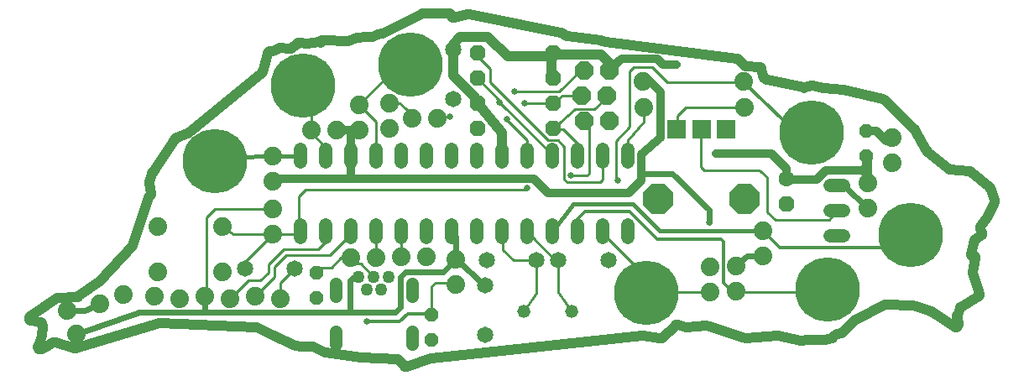
<source format=gtl>
G75*
%MOIN*%
%OFA0B0*%
%FSLAX25Y25*%
%IPPOS*%
%LPD*%
%AMOC8*
5,1,8,0,0,1.08239X$1,22.5*
%
%ADD10C,0.03937*%
%ADD11C,0.01600*%
%ADD12C,0.06500*%
%ADD13OC8,0.07400*%
%ADD14C,0.07400*%
%ADD15C,0.05200*%
%ADD16C,0.05200*%
%ADD17C,0.25591*%
%ADD18C,0.11811*%
%ADD19R,0.07400X0.07400*%
%ADD20OC8,0.11811*%
%ADD21OC8,0.06300*%
%ADD22C,0.06300*%
%ADD23OC8,0.05200*%
%ADD24C,0.05000*%
%ADD25C,0.05000*%
%ADD26C,0.02400*%
%ADD27C,0.04000*%
%ADD28C,0.03200*%
%ADD29C,0.02500*%
%ADD30C,0.01200*%
%ADD31OC8,0.02500*%
%ADD32C,0.01000*%
%ADD33C,0.02600*%
D10*
X0010938Y0035616D02*
X0012395Y0036356D01*
X0015428Y0038243D01*
X0016238Y0038353D02*
X0023951Y0036090D01*
X0024515Y0036091D02*
X0057713Y0045895D01*
X0058038Y0045935D02*
X0095830Y0044378D01*
X0096227Y0044278D02*
X0102228Y0041358D01*
X0111809Y0036942D01*
X0112081Y0036861D02*
X0113708Y0036619D01*
X0118351Y0036707D01*
X0118819Y0036601D02*
X0123321Y0034334D01*
X0123629Y0034238D02*
X0137805Y0032210D01*
X0137908Y0032200D02*
X0151907Y0031666D01*
X0152600Y0031348D02*
X0154926Y0028854D01*
X0154927Y0028854D02*
X0154970Y0028811D01*
X0155015Y0028770D01*
X0155063Y0028732D01*
X0155113Y0028697D01*
X0155166Y0028666D01*
X0155220Y0028637D01*
X0155275Y0028612D01*
X0155333Y0028590D01*
X0155391Y0028572D01*
X0155450Y0028558D01*
X0155510Y0028547D01*
X0155571Y0028540D01*
X0155632Y0028536D01*
X0155693Y0028537D01*
X0155754Y0028541D01*
X0155815Y0028548D01*
X0155875Y0028560D01*
X0155934Y0028575D01*
X0155992Y0028593D01*
X0155992Y0028594D02*
X0165462Y0031949D01*
X0165688Y0032001D02*
X0249477Y0041090D01*
X0249763Y0041080D02*
X0256474Y0039869D01*
X0257327Y0040115D02*
X0262684Y0045024D01*
X0263656Y0045242D02*
X0266788Y0044269D01*
X0267172Y0044227D02*
X0274544Y0044867D01*
X0274927Y0044825D02*
X0290420Y0040022D01*
X0290801Y0039981D02*
X0302917Y0041015D01*
X0303214Y0040996D02*
X0312530Y0038973D01*
X0312727Y0038873D02*
X0314828Y0039139D01*
X0314942Y0039147D02*
X0321732Y0039221D01*
X0321986Y0039256D02*
X0324632Y0039981D01*
X0325128Y0040295D02*
X0325370Y0040578D01*
X0325512Y0040714D02*
X0326727Y0041670D01*
X0326726Y0041670D02*
X0326739Y0041640D01*
X0326755Y0041611D01*
X0326775Y0041585D01*
X0326797Y0041561D01*
X0326822Y0041539D01*
X0326849Y0041521D01*
X0326878Y0041506D01*
X0326909Y0041494D01*
X0326940Y0041486D01*
X0326973Y0041481D01*
X0327006Y0041480D01*
X0327038Y0041483D01*
X0327071Y0041490D01*
X0328395Y0041840D01*
X0328838Y0042091D02*
X0334083Y0047210D01*
X0334318Y0047380D02*
X0345641Y0053316D01*
X0346136Y0053430D02*
X0356666Y0053100D01*
X0356959Y0053046D02*
X0364414Y0050483D01*
X0364644Y0050370D02*
X0373362Y0044565D01*
X0373363Y0044565D02*
X0373415Y0044532D01*
X0373469Y0044503D01*
X0373524Y0044477D01*
X0373581Y0044455D01*
X0373639Y0044436D01*
X0373699Y0044421D01*
X0373759Y0044410D01*
X0373820Y0044402D01*
X0373881Y0044398D01*
X0373942Y0044397D01*
X0374003Y0044401D01*
X0374064Y0044408D01*
X0374124Y0044419D01*
X0374184Y0044433D01*
X0374242Y0044451D01*
X0374299Y0044473D01*
X0374355Y0044498D01*
X0374409Y0044527D01*
X0374462Y0044558D01*
X0374512Y0044593D01*
X0374560Y0044631D01*
X0374606Y0044672D01*
X0374649Y0044715D01*
X0374689Y0044761D01*
X0374727Y0044810D01*
X0374761Y0044861D01*
X0374792Y0044913D01*
X0374820Y0044968D01*
X0374845Y0045024D01*
X0374866Y0045081D01*
X0374883Y0045140D01*
X0374993Y0045555D01*
X0375008Y0046005D02*
X0374506Y0048562D01*
X0374546Y0049091D02*
X0375540Y0051873D01*
X0375963Y0052391D02*
X0382873Y0056592D01*
X0382924Y0056624D01*
X0382972Y0056660D01*
X0383018Y0056699D01*
X0383062Y0056740D01*
X0383103Y0056784D01*
X0383142Y0056830D01*
X0383178Y0056879D01*
X0383210Y0056929D01*
X0383240Y0056982D01*
X0383266Y0057036D01*
X0383289Y0057091D01*
X0383309Y0057148D01*
X0383325Y0057206D01*
X0383338Y0057265D01*
X0383347Y0057325D01*
X0383352Y0057385D01*
X0383354Y0057445D01*
X0383352Y0057505D01*
X0383347Y0057565D01*
X0383338Y0057624D01*
X0383325Y0057683D01*
X0383309Y0057741D01*
X0383309Y0057742D02*
X0380792Y0065888D01*
X0380763Y0066359D02*
X0381702Y0071624D01*
X0381701Y0071623D02*
X0381711Y0071686D01*
X0381716Y0071748D01*
X0381717Y0071811D01*
X0381714Y0071873D01*
X0381708Y0071936D01*
X0381697Y0071998D01*
X0381683Y0072059D01*
X0381665Y0072119D01*
X0381643Y0072177D01*
X0381617Y0072235D01*
X0381588Y0072290D01*
X0381555Y0072344D01*
X0381520Y0072395D01*
X0381481Y0072445D01*
X0381439Y0072491D01*
X0381394Y0072535D01*
X0381346Y0072576D01*
X0381296Y0072614D01*
X0381244Y0072649D01*
X0381190Y0072680D01*
X0381134Y0072708D01*
X0381076Y0072732D01*
X0381017Y0072753D01*
X0380956Y0072770D01*
X0380895Y0072783D01*
X0380833Y0072792D01*
X0380770Y0072798D01*
X0380708Y0072799D01*
X0380645Y0072796D01*
X0380583Y0072790D01*
X0380521Y0072780D01*
X0380521Y0072779D02*
X0380486Y0072774D01*
X0380450Y0072772D01*
X0380414Y0072774D01*
X0380378Y0072780D01*
X0380343Y0072789D01*
X0380309Y0072801D01*
X0380277Y0072817D01*
X0380246Y0072836D01*
X0380217Y0072858D01*
X0380191Y0072883D01*
X0380168Y0072911D01*
X0380147Y0072940D01*
X0380129Y0072972D01*
X0380115Y0073005D01*
X0380104Y0073039D01*
X0380096Y0073074D01*
X0380093Y0073110D01*
X0380092Y0073146D01*
X0380096Y0073182D01*
X0380103Y0073218D01*
X0381512Y0078872D01*
X0381920Y0079457D02*
X0383965Y0080846D01*
X0384015Y0080882D01*
X0384063Y0080922D01*
X0384109Y0080964D01*
X0384151Y0081010D01*
X0384191Y0081058D01*
X0384228Y0081108D01*
X0384262Y0081160D01*
X0384292Y0081215D01*
X0384319Y0081271D01*
X0384342Y0081329D01*
X0384361Y0081388D01*
X0384377Y0081448D01*
X0384389Y0081509D01*
X0384398Y0081571D01*
X0384402Y0081633D01*
X0384403Y0081695D01*
X0384399Y0081757D01*
X0384392Y0081819D01*
X0384381Y0081880D01*
X0384366Y0081941D01*
X0384348Y0082000D01*
X0384326Y0082058D01*
X0384300Y0082115D01*
X0383690Y0083353D01*
X0383665Y0083409D01*
X0383642Y0083467D01*
X0383624Y0083525D01*
X0383609Y0083585D01*
X0383598Y0083646D01*
X0383591Y0083707D01*
X0383587Y0083769D01*
X0383588Y0083830D01*
X0383592Y0083892D01*
X0383600Y0083953D01*
X0383611Y0084013D01*
X0383626Y0084073D01*
X0383645Y0084132D01*
X0383668Y0084189D01*
X0383694Y0084245D01*
X0383723Y0084299D01*
X0383756Y0084351D01*
X0383792Y0084401D01*
X0383792Y0084402D02*
X0386748Y0088278D01*
X0389425Y0094058D01*
X0389449Y0094843D02*
X0387598Y0099573D01*
X0387297Y0099985D02*
X0379945Y0105943D01*
X0379419Y0106160D02*
X0371652Y0106974D01*
X0371131Y0107188D02*
X0362749Y0113905D01*
X0362506Y0114189D02*
X0357684Y0122633D01*
X0357516Y0122850D02*
X0345598Y0134565D01*
X0345139Y0134822D02*
X0329479Y0138722D01*
X0329289Y0138750D02*
X0321570Y0139150D01*
X0321247Y0139222D02*
X0319932Y0139754D01*
X0317071Y0140226D01*
X0316643Y0140203D02*
X0314057Y0139492D01*
X0313573Y0139481D02*
X0298931Y0142758D01*
X0298575Y0142914D02*
X0297882Y0143400D01*
X0297493Y0143948D02*
X0296622Y0147036D01*
X0296621Y0147036D02*
X0296603Y0147094D01*
X0296582Y0147151D01*
X0296557Y0147206D01*
X0296528Y0147259D01*
X0296497Y0147311D01*
X0296462Y0147361D01*
X0296425Y0147408D01*
X0296384Y0147454D01*
X0296341Y0147496D01*
X0296296Y0147536D01*
X0296248Y0147573D01*
X0296198Y0147607D01*
X0296146Y0147639D01*
X0296092Y0147666D01*
X0296037Y0147691D01*
X0295980Y0147712D01*
X0295922Y0147730D01*
X0295863Y0147744D01*
X0295803Y0147755D01*
X0295743Y0147761D01*
X0295683Y0147765D01*
X0291046Y0147874D01*
X0290492Y0148057D02*
X0289356Y0148861D01*
X0287648Y0150674D01*
X0287050Y0150980D02*
X0234996Y0157775D01*
X0233808Y0158022D01*
X0233356Y0158114D01*
X0233111Y0158155D01*
X0219808Y0159840D01*
X0219463Y0159950D02*
X0217229Y0161142D01*
X0216957Y0161240D02*
X0180604Y0168610D01*
X0180174Y0168602D02*
X0174831Y0167331D01*
X0174832Y0167331D02*
X0174772Y0167319D01*
X0174711Y0167310D01*
X0174651Y0167305D01*
X0174590Y0167304D01*
X0174529Y0167307D01*
X0174468Y0167313D01*
X0174408Y0167323D01*
X0174349Y0167336D01*
X0174290Y0167353D01*
X0174233Y0167374D01*
X0174177Y0167398D01*
X0174122Y0167426D01*
X0174070Y0167456D01*
X0174019Y0167490D01*
X0173970Y0167527D01*
X0173924Y0167567D01*
X0173881Y0167609D01*
X0173840Y0167655D01*
X0173801Y0167702D01*
X0173766Y0167752D01*
X0173734Y0167804D01*
X0173705Y0167857D01*
X0173680Y0167913D01*
X0173658Y0167970D01*
X0173639Y0168028D01*
X0173639Y0168027D02*
X0173614Y0168114D01*
X0173613Y0168114D02*
X0173594Y0168173D01*
X0173572Y0168230D01*
X0173546Y0168286D01*
X0173517Y0168340D01*
X0173484Y0168392D01*
X0173449Y0168442D01*
X0173410Y0168490D01*
X0173369Y0168536D01*
X0173324Y0168578D01*
X0173278Y0168618D01*
X0173228Y0168655D01*
X0173177Y0168689D01*
X0173124Y0168720D01*
X0173069Y0168747D01*
X0173012Y0168771D01*
X0172954Y0168791D01*
X0172895Y0168808D01*
X0172835Y0168821D01*
X0172774Y0168831D01*
X0172713Y0168836D01*
X0172652Y0168838D01*
X0162111Y0168833D01*
X0161659Y0168725D02*
X0146351Y0160964D01*
X0145955Y0160858D02*
X0144207Y0160760D01*
X0142460Y0159653D01*
X0141901Y0159498D02*
X0140845Y0159522D01*
X0139613Y0159608D01*
X0136227Y0159336D01*
X0135930Y0159265D02*
X0132861Y0158014D01*
X0132429Y0157941D02*
X0122974Y0158455D01*
X0122177Y0158127D02*
X0121550Y0157432D01*
X0121193Y0157505D01*
X0120890Y0157519D02*
X0116351Y0157047D01*
X0113221Y0157191D01*
X0112639Y0157036D02*
X0111724Y0156454D01*
X0110759Y0155660D01*
X0110737Y0155642D02*
X0109907Y0154999D01*
X0109907Y0154998D02*
X0109904Y0154997D01*
X0109900Y0154997D01*
X0109901Y0154998D02*
X0109233Y0154928D01*
X0105362Y0155130D01*
X0104906Y0155046D02*
X0102773Y0154104D01*
X0102577Y0154041D02*
X0101480Y0153807D01*
X0101421Y0153793D01*
X0101364Y0153775D01*
X0101308Y0153754D01*
X0101253Y0153730D01*
X0101200Y0153702D01*
X0101149Y0153671D01*
X0101100Y0153638D01*
X0101052Y0153601D01*
X0101007Y0153561D01*
X0100965Y0153519D01*
X0100924Y0153475D01*
X0100887Y0153428D01*
X0100853Y0153379D01*
X0100821Y0153328D01*
X0100793Y0153275D01*
X0100768Y0153221D01*
X0100746Y0153165D01*
X0100728Y0153108D01*
X0098596Y0145773D01*
X0098270Y0145280D02*
X0069063Y0121311D01*
X0068767Y0121143D02*
X0064550Y0119627D01*
X0064058Y0119243D02*
X0054898Y0105600D01*
X0054764Y0105306D02*
X0053811Y0101814D01*
X0053792Y0101370D02*
X0054468Y0097687D01*
X0054201Y0096808D02*
X0053556Y0096147D01*
X0053322Y0095761D02*
X0047177Y0077080D01*
X0046965Y0076717D02*
X0034186Y0062741D01*
X0034022Y0062597D02*
X0025306Y0056490D01*
X0024781Y0056311D02*
X0017594Y0055963D01*
X0017087Y0055796D02*
X0006467Y0048693D01*
X0006417Y0048657D01*
X0006369Y0048618D01*
X0006323Y0048576D01*
X0006280Y0048531D01*
X0006240Y0048484D01*
X0006203Y0048435D01*
X0006169Y0048383D01*
X0006139Y0048329D01*
X0006111Y0048273D01*
X0006088Y0048216D01*
X0006068Y0048157D01*
X0006051Y0048098D01*
X0006038Y0048037D01*
X0006029Y0047976D01*
X0006024Y0047914D01*
X0006023Y0047852D01*
X0006026Y0047790D01*
X0006032Y0047729D01*
X0006042Y0047667D01*
X0006056Y0047607D01*
X0006074Y0047548D01*
X0006095Y0047490D01*
X0006120Y0047433D01*
X0006148Y0047378D01*
X0006180Y0047325D01*
X0006215Y0047273D01*
X0006253Y0047224D01*
X0006294Y0047178D01*
X0006337Y0047134D01*
X0006384Y0047093D01*
X0006433Y0047055D01*
X0006484Y0047020D01*
X0006537Y0046988D01*
X0006592Y0046960D01*
X0006649Y0046935D01*
X0006707Y0046913D01*
X0006766Y0046896D01*
X0006826Y0046882D01*
X0006887Y0046871D01*
X0010068Y0046436D01*
X0010126Y0046426D01*
X0010185Y0046413D01*
X0010242Y0046396D01*
X0010298Y0046376D01*
X0010353Y0046352D01*
X0010406Y0046325D01*
X0010458Y0046296D01*
X0010508Y0046263D01*
X0010555Y0046227D01*
X0010601Y0046188D01*
X0010644Y0046147D01*
X0010685Y0046103D01*
X0010723Y0046057D01*
X0010758Y0046009D01*
X0010790Y0045959D01*
X0010819Y0045907D01*
X0010845Y0045853D01*
X0010868Y0045798D01*
X0011232Y0044830D01*
X0011292Y0044375D02*
X0010967Y0041214D01*
X0010921Y0041002D02*
X0009536Y0036822D01*
X0009518Y0036762D01*
X0009504Y0036702D01*
X0009494Y0036640D01*
X0009488Y0036579D01*
X0009485Y0036517D01*
X0009486Y0036454D01*
X0009492Y0036393D01*
X0009501Y0036331D01*
X0009513Y0036270D01*
X0009530Y0036210D01*
X0009550Y0036152D01*
X0009574Y0036094D01*
X0009601Y0036039D01*
X0009632Y0035985D01*
X0009666Y0035933D01*
X0009704Y0035883D01*
X0009744Y0035836D01*
X0009787Y0035791D01*
X0009833Y0035749D01*
X0009881Y0035710D01*
X0009932Y0035674D01*
X0009985Y0035641D01*
X0010039Y0035612D01*
X0010096Y0035586D01*
X0010154Y0035564D01*
X0010213Y0035545D01*
X0010273Y0035530D01*
X0010334Y0035518D01*
X0010396Y0035511D01*
X0010458Y0035507D01*
X0010520Y0035508D01*
X0010582Y0035512D01*
X0010644Y0035520D01*
X0010705Y0035531D01*
X0010765Y0035547D01*
X0010824Y0035566D01*
X0010882Y0035589D01*
X0010938Y0035615D01*
X0015428Y0038243D02*
X0015480Y0038273D01*
X0015533Y0038300D01*
X0015589Y0038324D01*
X0015645Y0038344D01*
X0015703Y0038361D01*
X0015762Y0038375D01*
X0015821Y0038385D01*
X0015881Y0038391D01*
X0015941Y0038394D01*
X0016001Y0038393D01*
X0016061Y0038388D01*
X0016120Y0038380D01*
X0016179Y0038369D01*
X0016238Y0038354D01*
X0010921Y0041002D02*
X0010937Y0041054D01*
X0010950Y0041107D01*
X0010960Y0041161D01*
X0010967Y0041215D01*
X0011292Y0044376D02*
X0011296Y0044434D01*
X0011297Y0044491D01*
X0011294Y0044549D01*
X0011289Y0044607D01*
X0011280Y0044664D01*
X0011267Y0044720D01*
X0011252Y0044776D01*
X0011233Y0044831D01*
X0023950Y0036090D02*
X0024006Y0036076D01*
X0024062Y0036065D01*
X0024119Y0036056D01*
X0024176Y0036052D01*
X0024233Y0036050D01*
X0024290Y0036052D01*
X0024347Y0036057D01*
X0024404Y0036065D01*
X0024460Y0036076D01*
X0024515Y0036091D01*
X0057713Y0045895D02*
X0057766Y0045909D01*
X0057819Y0045920D01*
X0057873Y0045928D01*
X0057928Y0045934D01*
X0057982Y0045936D01*
X0058037Y0045935D01*
X0025306Y0056490D02*
X0025253Y0056456D01*
X0025199Y0056425D01*
X0025143Y0056397D01*
X0025085Y0056373D01*
X0025026Y0056353D01*
X0024966Y0056337D01*
X0024904Y0056324D01*
X0024843Y0056315D01*
X0024780Y0056310D01*
X0017595Y0055964D02*
X0017535Y0055959D01*
X0017475Y0055951D01*
X0017416Y0055939D01*
X0017358Y0055924D01*
X0017301Y0055905D01*
X0017245Y0055882D01*
X0017191Y0055857D01*
X0017138Y0055828D01*
X0017087Y0055796D01*
X0034022Y0062597D02*
X0034066Y0062630D01*
X0034108Y0062665D01*
X0034148Y0062702D01*
X0034186Y0062741D01*
X0046965Y0076717D02*
X0047004Y0076763D01*
X0047041Y0076811D01*
X0047075Y0076861D01*
X0047105Y0076913D01*
X0047132Y0076967D01*
X0047156Y0077023D01*
X0047177Y0077080D01*
X0053322Y0095761D02*
X0053341Y0095815D01*
X0053364Y0095867D01*
X0053389Y0095918D01*
X0053417Y0095968D01*
X0053448Y0096015D01*
X0053481Y0096061D01*
X0053517Y0096105D01*
X0053556Y0096147D01*
X0054201Y0096808D02*
X0054241Y0096852D01*
X0054279Y0096898D01*
X0054314Y0096946D01*
X0054346Y0096997D01*
X0054375Y0097049D01*
X0054400Y0097103D01*
X0054423Y0097158D01*
X0054442Y0097215D01*
X0054457Y0097272D01*
X0054470Y0097331D01*
X0054478Y0097390D01*
X0054483Y0097449D01*
X0054485Y0097509D01*
X0054483Y0097568D01*
X0054478Y0097628D01*
X0054469Y0097687D01*
X0053791Y0101370D02*
X0053783Y0101426D01*
X0053777Y0101481D01*
X0053775Y0101537D01*
X0053776Y0101593D01*
X0053780Y0101649D01*
X0053787Y0101705D01*
X0053797Y0101760D01*
X0053810Y0101814D01*
X0054764Y0105305D02*
X0054780Y0105357D01*
X0054798Y0105408D01*
X0054820Y0105458D01*
X0054843Y0105506D01*
X0054870Y0105554D01*
X0054899Y0105599D01*
X0064058Y0119243D02*
X0064091Y0119290D01*
X0064127Y0119335D01*
X0064166Y0119378D01*
X0064207Y0119418D01*
X0064251Y0119456D01*
X0064296Y0119492D01*
X0064343Y0119525D01*
X0064393Y0119555D01*
X0064444Y0119582D01*
X0064496Y0119606D01*
X0064550Y0119627D01*
X0068767Y0121143D02*
X0068820Y0121164D01*
X0068872Y0121188D01*
X0068923Y0121214D01*
X0068971Y0121244D01*
X0069018Y0121276D01*
X0069063Y0121311D01*
X0098270Y0145280D02*
X0098316Y0145319D01*
X0098358Y0145362D01*
X0098399Y0145406D01*
X0098436Y0145453D01*
X0098471Y0145502D01*
X0098502Y0145553D01*
X0098531Y0145606D01*
X0098556Y0145661D01*
X0098578Y0145717D01*
X0098596Y0145774D01*
X0102577Y0154041D02*
X0102627Y0154053D01*
X0102677Y0154068D01*
X0102725Y0154085D01*
X0102773Y0154104D01*
X0104906Y0155046D02*
X0104960Y0155068D01*
X0105015Y0155087D01*
X0105072Y0155102D01*
X0105129Y0155115D01*
X0105187Y0155123D01*
X0105245Y0155129D01*
X0105304Y0155131D01*
X0105362Y0155130D01*
X0110737Y0155643D02*
X0110759Y0155661D01*
X0112638Y0157036D02*
X0112691Y0157067D01*
X0112746Y0157095D01*
X0112802Y0157120D01*
X0112859Y0157141D01*
X0112918Y0157158D01*
X0112977Y0157172D01*
X0113038Y0157183D01*
X0113099Y0157189D01*
X0113160Y0157192D01*
X0113221Y0157191D01*
X0120890Y0157520D02*
X0120950Y0157524D01*
X0121011Y0157525D01*
X0121072Y0157522D01*
X0121132Y0157515D01*
X0121192Y0157505D01*
X0122177Y0158127D02*
X0122219Y0158170D01*
X0122262Y0158210D01*
X0122308Y0158248D01*
X0122356Y0158283D01*
X0122406Y0158315D01*
X0122458Y0158344D01*
X0122511Y0158370D01*
X0122566Y0158392D01*
X0122622Y0158412D01*
X0122680Y0158428D01*
X0122738Y0158440D01*
X0122796Y0158449D01*
X0122856Y0158455D01*
X0122915Y0158457D01*
X0122974Y0158456D01*
X0132430Y0157941D02*
X0132485Y0157940D01*
X0132540Y0157942D01*
X0132595Y0157946D01*
X0132650Y0157954D01*
X0132704Y0157964D01*
X0132757Y0157978D01*
X0132810Y0157995D01*
X0132862Y0158014D01*
X0135929Y0159266D02*
X0135987Y0159287D01*
X0136046Y0159305D01*
X0136105Y0159319D01*
X0136166Y0159330D01*
X0136227Y0159337D01*
X0141902Y0159498D02*
X0141961Y0159499D01*
X0142019Y0159502D01*
X0142078Y0159510D01*
X0142136Y0159520D01*
X0142193Y0159534D01*
X0142249Y0159552D01*
X0142304Y0159573D01*
X0142358Y0159596D01*
X0142410Y0159623D01*
X0142460Y0159653D01*
X0145955Y0160858D02*
X0146013Y0160863D01*
X0146072Y0160871D01*
X0146130Y0160883D01*
X0146187Y0160898D01*
X0146243Y0160917D01*
X0146298Y0160939D01*
X0146351Y0160964D01*
X0161659Y0168725D02*
X0161712Y0168750D01*
X0161766Y0168772D01*
X0161822Y0168790D01*
X0161878Y0168806D01*
X0161936Y0168818D01*
X0161994Y0168826D01*
X0162052Y0168831D01*
X0162111Y0168833D01*
X0180174Y0168603D02*
X0180235Y0168615D01*
X0180296Y0168624D01*
X0180358Y0168629D01*
X0180420Y0168630D01*
X0180482Y0168627D01*
X0180544Y0168620D01*
X0180605Y0168610D01*
X0216957Y0161240D02*
X0217013Y0161227D01*
X0217069Y0161210D01*
X0217123Y0161191D01*
X0217177Y0161168D01*
X0217229Y0161142D01*
X0219462Y0159950D02*
X0219517Y0159923D01*
X0219573Y0159899D01*
X0219630Y0159879D01*
X0219688Y0159862D01*
X0219747Y0159849D01*
X0219807Y0159840D01*
X0287049Y0150980D02*
X0287111Y0150970D01*
X0287172Y0150956D01*
X0287232Y0150938D01*
X0287290Y0150917D01*
X0287347Y0150892D01*
X0287403Y0150864D01*
X0287456Y0150832D01*
X0287508Y0150797D01*
X0287557Y0150759D01*
X0287604Y0150718D01*
X0287648Y0150674D01*
X0290491Y0148058D02*
X0290541Y0148025D01*
X0290592Y0147995D01*
X0290645Y0147968D01*
X0290699Y0147945D01*
X0290755Y0147925D01*
X0290812Y0147908D01*
X0290869Y0147894D01*
X0290927Y0147884D01*
X0290986Y0147877D01*
X0291045Y0147874D01*
X0297493Y0143948D02*
X0297511Y0143888D01*
X0297534Y0143830D01*
X0297560Y0143774D01*
X0297589Y0143719D01*
X0297622Y0143666D01*
X0297658Y0143615D01*
X0297697Y0143566D01*
X0297739Y0143521D01*
X0297784Y0143477D01*
X0297832Y0143437D01*
X0297882Y0143400D01*
X0298576Y0142915D02*
X0298622Y0142884D01*
X0298670Y0142856D01*
X0298720Y0142831D01*
X0298771Y0142808D01*
X0298823Y0142789D01*
X0298877Y0142772D01*
X0298931Y0142758D01*
X0313574Y0139480D02*
X0313634Y0139469D01*
X0313694Y0139461D01*
X0313755Y0139457D01*
X0313816Y0139456D01*
X0313877Y0139460D01*
X0313938Y0139467D01*
X0313998Y0139477D01*
X0314057Y0139492D01*
X0316643Y0140203D02*
X0316703Y0140218D01*
X0316764Y0140229D01*
X0316825Y0140236D01*
X0316886Y0140239D01*
X0316948Y0140238D01*
X0317010Y0140234D01*
X0317071Y0140226D01*
X0321247Y0139222D02*
X0321299Y0139203D01*
X0321352Y0139186D01*
X0321406Y0139173D01*
X0321460Y0139162D01*
X0321515Y0139155D01*
X0321570Y0139150D01*
X0329290Y0138751D02*
X0329338Y0138747D01*
X0329385Y0138741D01*
X0329433Y0138733D01*
X0329480Y0138722D01*
X0345139Y0134822D02*
X0345196Y0134806D01*
X0345252Y0134787D01*
X0345306Y0134764D01*
X0345360Y0134739D01*
X0345411Y0134710D01*
X0345461Y0134678D01*
X0345509Y0134643D01*
X0345555Y0134605D01*
X0345598Y0134565D01*
X0357516Y0122850D02*
X0357554Y0122811D01*
X0357590Y0122769D01*
X0357624Y0122725D01*
X0357655Y0122680D01*
X0357683Y0122633D01*
X0362507Y0114189D02*
X0362539Y0114136D01*
X0362576Y0114084D01*
X0362615Y0114035D01*
X0362657Y0113989D01*
X0362702Y0113945D01*
X0362750Y0113905D01*
X0371131Y0107188D02*
X0371176Y0107153D01*
X0371224Y0107121D01*
X0371273Y0107092D01*
X0371324Y0107066D01*
X0371376Y0107043D01*
X0371429Y0107023D01*
X0371484Y0107006D01*
X0371539Y0106992D01*
X0371595Y0106981D01*
X0371652Y0106973D01*
X0379419Y0106161D02*
X0379476Y0106153D01*
X0379533Y0106142D01*
X0379589Y0106128D01*
X0379644Y0106110D01*
X0379698Y0106090D01*
X0379750Y0106066D01*
X0379801Y0106040D01*
X0379851Y0106010D01*
X0379899Y0105978D01*
X0379945Y0105943D01*
X0387297Y0099985D02*
X0387340Y0099948D01*
X0387381Y0099908D01*
X0387420Y0099865D01*
X0387457Y0099821D01*
X0387491Y0099775D01*
X0387522Y0099727D01*
X0387550Y0099677D01*
X0387576Y0099625D01*
X0387598Y0099572D01*
X0389449Y0094842D02*
X0389470Y0094784D01*
X0389487Y0094724D01*
X0389501Y0094664D01*
X0389510Y0094602D01*
X0389516Y0094541D01*
X0389518Y0094479D01*
X0389516Y0094417D01*
X0389510Y0094355D01*
X0389501Y0094294D01*
X0389488Y0094233D01*
X0389470Y0094173D01*
X0389450Y0094115D01*
X0389425Y0094058D01*
X0381920Y0079457D02*
X0381871Y0079422D01*
X0381824Y0079383D01*
X0381779Y0079342D01*
X0381737Y0079298D01*
X0381698Y0079251D01*
X0381662Y0079202D01*
X0381629Y0079151D01*
X0381599Y0079098D01*
X0381572Y0079044D01*
X0381548Y0078988D01*
X0381528Y0078930D01*
X0381512Y0078872D01*
X0380763Y0066359D02*
X0380754Y0066300D01*
X0380749Y0066240D01*
X0380747Y0066181D01*
X0380749Y0066121D01*
X0380754Y0066062D01*
X0380763Y0066003D01*
X0380776Y0065945D01*
X0380792Y0065888D01*
X0375963Y0052390D02*
X0375911Y0052357D01*
X0375861Y0052320D01*
X0375814Y0052280D01*
X0375769Y0052237D01*
X0375727Y0052192D01*
X0375688Y0052144D01*
X0375652Y0052093D01*
X0375619Y0052041D01*
X0375589Y0051986D01*
X0375563Y0051930D01*
X0375540Y0051873D01*
X0374545Y0049091D02*
X0374527Y0049034D01*
X0374512Y0048976D01*
X0374500Y0048918D01*
X0374492Y0048858D01*
X0374488Y0048799D01*
X0374487Y0048739D01*
X0374490Y0048680D01*
X0374496Y0048620D01*
X0374506Y0048561D01*
X0375008Y0046005D02*
X0375018Y0045949D01*
X0375024Y0045892D01*
X0375027Y0045836D01*
X0375026Y0045779D01*
X0375023Y0045722D01*
X0375016Y0045666D01*
X0375006Y0045610D01*
X0374993Y0045555D01*
X0364643Y0050370D02*
X0364600Y0050398D01*
X0364555Y0050423D01*
X0364509Y0050445D01*
X0364462Y0050466D01*
X0364414Y0050484D01*
X0356959Y0053047D02*
X0356902Y0053064D01*
X0356844Y0053079D01*
X0356785Y0053090D01*
X0356725Y0053097D01*
X0356665Y0053101D01*
X0346136Y0053430D02*
X0346079Y0053430D01*
X0346022Y0053427D01*
X0345965Y0053420D01*
X0345909Y0053411D01*
X0345853Y0053398D01*
X0345799Y0053382D01*
X0345745Y0053363D01*
X0345692Y0053341D01*
X0345641Y0053316D01*
X0334318Y0047381D02*
X0334267Y0047352D01*
X0334218Y0047321D01*
X0334171Y0047287D01*
X0334126Y0047250D01*
X0334084Y0047211D01*
X0328838Y0042091D02*
X0328796Y0042053D01*
X0328752Y0042016D01*
X0328706Y0041983D01*
X0328658Y0041952D01*
X0328608Y0041923D01*
X0328557Y0041898D01*
X0328504Y0041876D01*
X0328450Y0041856D01*
X0328395Y0041840D01*
X0325512Y0040714D02*
X0325474Y0040683D01*
X0325438Y0040650D01*
X0325403Y0040615D01*
X0325370Y0040578D01*
X0325128Y0040295D02*
X0325088Y0040251D01*
X0325045Y0040209D01*
X0325000Y0040170D01*
X0324953Y0040134D01*
X0324903Y0040100D01*
X0324852Y0040070D01*
X0324799Y0040043D01*
X0324745Y0040019D01*
X0324689Y0039998D01*
X0324632Y0039980D01*
X0321985Y0039256D02*
X0321935Y0039244D01*
X0321885Y0039235D01*
X0321834Y0039227D01*
X0321783Y0039223D01*
X0321732Y0039221D01*
X0314942Y0039147D02*
X0314885Y0039145D01*
X0314828Y0039139D01*
X0312727Y0038874D02*
X0312698Y0038897D01*
X0312668Y0038918D01*
X0312635Y0038936D01*
X0312602Y0038951D01*
X0312567Y0038964D01*
X0312531Y0038973D01*
X0303214Y0040996D02*
X0303155Y0041007D01*
X0303096Y0041015D01*
X0303036Y0041018D01*
X0302977Y0041019D01*
X0302917Y0041015D01*
X0290801Y0039981D02*
X0290746Y0039977D01*
X0290691Y0039977D01*
X0290636Y0039980D01*
X0290581Y0039986D01*
X0290527Y0039995D01*
X0290473Y0040007D01*
X0290420Y0040022D01*
X0274927Y0044825D02*
X0274874Y0044840D01*
X0274820Y0044852D01*
X0274765Y0044861D01*
X0274710Y0044867D01*
X0274655Y0044870D01*
X0274600Y0044870D01*
X0274545Y0044866D01*
X0267171Y0044228D02*
X0267116Y0044224D01*
X0267061Y0044224D01*
X0267005Y0044227D01*
X0266950Y0044233D01*
X0266896Y0044242D01*
X0266842Y0044254D01*
X0266788Y0044269D01*
X0263656Y0045242D02*
X0263597Y0045258D01*
X0263537Y0045271D01*
X0263476Y0045280D01*
X0263415Y0045285D01*
X0263354Y0045287D01*
X0263292Y0045285D01*
X0263231Y0045279D01*
X0263171Y0045269D01*
X0263111Y0045256D01*
X0263052Y0045239D01*
X0262994Y0045218D01*
X0262938Y0045194D01*
X0262883Y0045166D01*
X0262830Y0045135D01*
X0262779Y0045101D01*
X0262730Y0045064D01*
X0262683Y0045024D01*
X0257327Y0040116D02*
X0257280Y0040076D01*
X0257231Y0040039D01*
X0257180Y0040005D01*
X0257127Y0039974D01*
X0257072Y0039946D01*
X0257016Y0039922D01*
X0256958Y0039901D01*
X0256899Y0039884D01*
X0256839Y0039871D01*
X0256779Y0039861D01*
X0256718Y0039855D01*
X0256656Y0039853D01*
X0256595Y0039855D01*
X0256534Y0039860D01*
X0256473Y0039869D01*
X0249763Y0041080D02*
X0249706Y0041089D01*
X0249649Y0041094D01*
X0249592Y0041096D01*
X0249534Y0041095D01*
X0249477Y0041090D01*
X0165688Y0032001D02*
X0165631Y0031993D01*
X0165574Y0031982D01*
X0165517Y0031967D01*
X0165462Y0031950D01*
X0152600Y0031348D02*
X0152558Y0031391D01*
X0152513Y0031431D01*
X0152466Y0031468D01*
X0152417Y0031503D01*
X0152365Y0031534D01*
X0152312Y0031562D01*
X0152258Y0031587D01*
X0152202Y0031609D01*
X0152144Y0031627D01*
X0152086Y0031642D01*
X0152027Y0031653D01*
X0151967Y0031661D01*
X0151907Y0031665D01*
X0137908Y0032201D02*
X0137856Y0032204D01*
X0137804Y0032210D01*
X0123629Y0034237D02*
X0123576Y0034246D01*
X0123523Y0034258D01*
X0123471Y0034273D01*
X0123420Y0034291D01*
X0123370Y0034311D01*
X0123321Y0034334D01*
X0118820Y0036601D02*
X0118765Y0036627D01*
X0118708Y0036649D01*
X0118651Y0036668D01*
X0118592Y0036683D01*
X0118532Y0036695D01*
X0118472Y0036703D01*
X0118412Y0036707D01*
X0118351Y0036708D01*
X0112080Y0036861D02*
X0112024Y0036871D01*
X0111969Y0036884D01*
X0111914Y0036900D01*
X0111861Y0036919D01*
X0111808Y0036942D01*
X0096227Y0044278D02*
X0096173Y0044302D01*
X0096118Y0044323D01*
X0096062Y0044341D01*
X0096005Y0044355D01*
X0095947Y0044366D01*
X0095889Y0044374D01*
X0095830Y0044378D01*
D11*
X0213737Y0082430D02*
X0221972Y0093165D01*
X0245594Y0093165D01*
X0256224Y0082535D01*
X0291180Y0082535D01*
X0297322Y0082692D01*
X0322950Y0059247D02*
X0322973Y0058436D01*
X0113737Y0112430D02*
X0076761Y0112036D01*
X0079780Y0110331D01*
X0099926Y0151433D02*
X0099952Y0151562D01*
X0099981Y0151690D01*
X0100015Y0151817D01*
X0100052Y0151943D01*
X0100093Y0152068D01*
X0100138Y0152192D01*
X0100186Y0152315D01*
X0100238Y0152435D01*
X0100293Y0152555D01*
X0100352Y0152672D01*
X0100415Y0152788D01*
X0100481Y0152902D01*
X0100550Y0153014D01*
X0100623Y0153124D01*
X0100698Y0153231D01*
X0100777Y0153337D01*
X0100859Y0153439D01*
X0100944Y0153540D01*
X0101032Y0153638D01*
X0101123Y0153733D01*
X0101217Y0153825D01*
X0101313Y0153915D01*
X0101412Y0154002D01*
X0101514Y0154085D01*
X0101618Y0154166D01*
X0101724Y0154243D01*
X0101833Y0154318D01*
X0101943Y0154389D01*
X0102056Y0154457D01*
X0102171Y0154521D01*
X0102288Y0154582D01*
D12*
X0174335Y0154583D03*
X0174335Y0134897D03*
X0187801Y0070850D03*
X0207486Y0070850D03*
X0216190Y0071001D03*
X0235875Y0071001D03*
X0186933Y0060882D03*
X0186933Y0041197D03*
X0111343Y0067575D03*
X0091657Y0067575D03*
D13*
X0226231Y0126142D03*
X0236231Y0126142D03*
X0235231Y0136142D03*
X0225231Y0136142D03*
X0226231Y0146142D03*
X0236231Y0146142D03*
D14*
X0249846Y0141984D03*
X0250004Y0131748D03*
X0290004Y0131748D03*
X0289846Y0141984D03*
X0348744Y0119701D03*
X0348744Y0109701D03*
X0338946Y0101543D03*
X0338946Y0091543D03*
X0297322Y0082692D03*
X0297322Y0072692D03*
X0286850Y0068460D03*
X0276303Y0068362D03*
X0276303Y0058362D03*
X0286850Y0058460D03*
X0175394Y0061359D03*
X0175394Y0071359D03*
X0163549Y0072251D03*
X0153549Y0072251D03*
X0143632Y0071889D03*
X0133632Y0071889D03*
X0105831Y0055764D03*
X0095831Y0056764D03*
X0085831Y0055764D03*
X0075831Y0056764D03*
X0065831Y0055764D03*
X0055831Y0056764D03*
X0043497Y0057183D03*
X0034100Y0053763D03*
X0021151Y0051001D03*
X0024571Y0041604D03*
X0057046Y0066352D03*
X0082646Y0066352D03*
X0102681Y0081354D03*
X0082646Y0084152D03*
X0102681Y0091354D03*
X0102615Y0102378D03*
X0102615Y0112378D03*
X0117878Y0122693D03*
X0127878Y0122693D03*
X0136933Y0122693D03*
X0149138Y0123323D03*
X0157917Y0127417D03*
X0167917Y0127417D03*
X0149138Y0133323D03*
X0136933Y0132693D03*
X0057046Y0084152D03*
D15*
X0113737Y0085030D02*
X0113737Y0079830D01*
X0123737Y0079830D02*
X0123737Y0085030D01*
X0133737Y0085030D02*
X0133737Y0079830D01*
X0143737Y0079830D02*
X0143737Y0085030D01*
X0153737Y0085030D02*
X0153737Y0079830D01*
X0163737Y0079830D02*
X0163737Y0085030D01*
X0173737Y0085030D02*
X0173737Y0079830D01*
X0183737Y0079830D02*
X0183737Y0085030D01*
X0193737Y0085030D02*
X0193737Y0079830D01*
X0203737Y0079830D02*
X0203737Y0085030D01*
X0213737Y0085030D02*
X0213737Y0079830D01*
X0223737Y0079830D02*
X0223737Y0085030D01*
X0233737Y0085030D02*
X0233737Y0079830D01*
X0243737Y0079830D02*
X0243737Y0085030D01*
X0243737Y0109830D02*
X0243737Y0115030D01*
X0233737Y0115030D02*
X0233737Y0109830D01*
X0223737Y0109830D02*
X0223737Y0115030D01*
X0213737Y0115030D02*
X0213737Y0109830D01*
X0203737Y0109830D02*
X0203737Y0115030D01*
X0193737Y0115030D02*
X0193737Y0109830D01*
X0183737Y0109830D02*
X0183737Y0115030D01*
X0173737Y0115030D02*
X0173737Y0109830D01*
X0163737Y0109830D02*
X0163737Y0115030D01*
X0153737Y0115030D02*
X0153737Y0109830D01*
X0143737Y0109830D02*
X0143737Y0115030D01*
X0133737Y0115030D02*
X0133737Y0109830D01*
X0123737Y0109830D02*
X0123737Y0115030D01*
X0113737Y0115030D02*
X0113737Y0109830D01*
X0324173Y0100660D02*
X0329373Y0100660D01*
X0329373Y0090660D02*
X0324173Y0090660D01*
X0324173Y0080660D02*
X0329373Y0080660D01*
D16*
X0221385Y0050661D03*
X0202385Y0050661D03*
D17*
X0251085Y0057836D03*
X0322950Y0059247D03*
X0356129Y0080974D03*
X0316758Y0121746D03*
X0157263Y0148595D03*
X0114609Y0140432D03*
X0079780Y0110331D03*
D18*
X0079780Y0110331D03*
X0114609Y0140432D03*
X0157263Y0148595D03*
X0316758Y0121746D03*
X0356129Y0080974D03*
X0322950Y0059247D03*
X0251085Y0057836D03*
D19*
X0263034Y0122977D03*
X0272877Y0122977D03*
X0282719Y0122977D03*
D20*
X0290199Y0095418D03*
X0255554Y0095418D03*
D21*
X0306618Y0093283D03*
X0214042Y0123195D03*
X0214042Y0133195D03*
X0214042Y0143195D03*
X0214042Y0153195D03*
X0184042Y0153195D03*
X0184042Y0143195D03*
X0184042Y0133195D03*
X0184042Y0123195D03*
D22*
X0306618Y0103283D03*
D23*
X0338508Y0112181D03*
X0338508Y0122181D03*
X0165673Y0049346D03*
X0165673Y0039346D03*
X0120004Y0055882D03*
X0120004Y0065882D03*
D24*
X0127681Y0061744D02*
X0127681Y0056744D01*
X0127681Y0042744D02*
X0127681Y0037744D01*
X0157996Y0037744D02*
X0157996Y0042744D01*
X0157996Y0056744D02*
X0157996Y0061744D01*
D25*
X0148839Y0064244D03*
X0142839Y0064244D03*
X0145791Y0059244D03*
X0139886Y0059244D03*
X0136839Y0064244D03*
D26*
X0134868Y0064329D02*
X0133390Y0062850D01*
X0133390Y0051433D01*
X0133783Y0050252D01*
X0151500Y0050252D01*
X0153469Y0052220D01*
X0153469Y0064425D01*
X0155437Y0066394D01*
X0170429Y0066394D01*
X0175394Y0071359D01*
X0175394Y0080379D01*
X0173737Y0082430D01*
X0175394Y0071359D02*
X0176062Y0070966D01*
X0186146Y0061669D01*
X0186933Y0060882D01*
X0133390Y0051433D02*
X0133390Y0050252D01*
X0075909Y0050252D01*
X0075831Y0050724D01*
X0075831Y0050567D01*
X0075909Y0050252D01*
X0049754Y0050252D01*
X0024571Y0041604D01*
X0021151Y0051001D02*
X0028188Y0051001D01*
X0034100Y0053763D01*
X0075831Y0056764D02*
X0075831Y0050724D01*
X0249138Y0104583D02*
X0249925Y0105370D01*
X0261343Y0105370D01*
X0275909Y0090803D01*
X0275909Y0086079D01*
X0291082Y0072692D02*
X0286850Y0068460D01*
X0291082Y0072692D02*
X0297322Y0072692D01*
X0329343Y0100598D02*
X0338946Y0091543D01*
X0329343Y0100598D02*
X0326773Y0100660D01*
X0338508Y0112181D02*
X0338946Y0112137D01*
D27*
X0236231Y0146142D02*
X0236231Y0149379D01*
X0232996Y0152614D01*
X0214248Y0152614D01*
X0214042Y0153195D01*
X0213460Y0151827D01*
X0213460Y0142990D01*
X0214042Y0143195D01*
X0213460Y0151827D02*
X0195988Y0151827D01*
X0188114Y0159701D01*
X0177091Y0159701D01*
X0174335Y0156551D01*
X0174335Y0154583D01*
X0174335Y0144346D01*
X0182996Y0135685D01*
X0182996Y0134241D01*
X0184042Y0133195D01*
X0183911Y0133195D01*
X0184042Y0133195D02*
X0193737Y0121631D01*
X0193737Y0112430D01*
D28*
X0199567Y0103401D02*
X0132966Y0103336D01*
X0103573Y0103336D01*
X0102615Y0102378D01*
X0103561Y0102220D01*
X0102681Y0103008D01*
X0132966Y0103336D02*
X0135030Y0103336D01*
X0133783Y0103729D01*
X0133783Y0110415D01*
X0133737Y0112430D01*
X0133737Y0122646D01*
X0133783Y0122693D01*
X0136933Y0122693D01*
X0133783Y0122693D02*
X0127878Y0122693D01*
X0133783Y0103729D02*
X0132966Y0103336D01*
X0133783Y0103729D02*
X0134288Y0103447D01*
X0199567Y0103401D02*
X0206224Y0103401D01*
X0212130Y0097496D01*
X0244020Y0097496D01*
X0249138Y0102614D01*
X0249138Y0104583D01*
X0249138Y0112850D01*
X0249531Y0113244D01*
X0256618Y0119543D01*
X0256618Y0137653D01*
X0252681Y0141984D01*
X0249846Y0141984D01*
X0257799Y0148677D02*
X0255437Y0151039D01*
X0241264Y0151039D01*
X0240476Y0150252D01*
X0238767Y0148677D01*
X0236231Y0146142D01*
X0257799Y0148677D02*
X0262917Y0148677D01*
X0338508Y0122181D02*
X0339020Y0122299D01*
X0342445Y0122299D01*
X0346382Y0118362D01*
X0347169Y0118362D01*
X0349531Y0117968D01*
X0348744Y0119701D01*
X0338946Y0112137D02*
X0338946Y0111625D01*
X0338902Y0112063D01*
X0338508Y0112181D01*
X0338508Y0108126D01*
X0336933Y0106551D01*
X0322366Y0106551D01*
X0318823Y0103008D01*
X0306894Y0103008D01*
X0306618Y0103283D01*
X0306618Y0107338D01*
X0300713Y0113244D01*
X0278665Y0113244D01*
X0336933Y0106551D02*
X0338508Y0104976D01*
X0338946Y0101543D02*
X0338946Y0111625D01*
X0184042Y0133064D02*
X0184042Y0133195D01*
X0075831Y0056764D02*
X0075697Y0056764D01*
D29*
X0140083Y0046709D03*
X0203862Y0099464D03*
X0221185Y0104583D03*
X0195594Y0127023D03*
X0192839Y0133716D03*
X0198744Y0138047D03*
X0202681Y0133323D03*
X0173154Y0127811D03*
X0262917Y0148677D03*
X0275909Y0086079D03*
D30*
X0280634Y0079386D02*
X0281815Y0078205D01*
X0281815Y0062063D01*
X0284177Y0059701D01*
X0304172Y0075842D02*
X0297322Y0082692D01*
X0304172Y0075842D02*
X0358980Y0075842D01*
X0359374Y0081856D01*
X0356129Y0080974D01*
X0280634Y0079386D02*
X0255437Y0079386D01*
X0244413Y0090409D01*
X0226697Y0090409D01*
X0223737Y0087449D01*
X0223737Y0082430D01*
X0165673Y0049346D02*
X0165398Y0049464D01*
X0156224Y0049464D01*
X0153075Y0046709D01*
X0140083Y0046709D01*
X0136839Y0064244D02*
X0134953Y0064244D01*
X0134868Y0064329D01*
X0289689Y0141590D02*
X0305043Y0127023D01*
X0315280Y0127023D01*
X0315673Y0127417D01*
X0313843Y0127417D01*
X0316758Y0121746D01*
X0289689Y0141590D02*
X0289846Y0141984D01*
D31*
X0278665Y0113244D03*
D32*
X0272776Y0108110D02*
X0272776Y0122977D01*
X0272877Y0122977D01*
X0263311Y0123254D02*
X0263034Y0122977D01*
X0263311Y0123254D02*
X0263311Y0128205D01*
X0266854Y0131748D01*
X0290004Y0131748D01*
X0289689Y0141590D02*
X0259374Y0141590D01*
X0253469Y0147496D01*
X0245988Y0147496D01*
X0244413Y0145921D01*
X0244413Y0123874D01*
X0238902Y0118362D01*
X0238902Y0103401D01*
X0239689Y0102614D01*
X0233783Y0103008D02*
X0233783Y0111596D01*
X0233737Y0112430D01*
X0243626Y0112541D02*
X0243737Y0112430D01*
X0243626Y0112541D02*
X0243626Y0118756D01*
X0249925Y0125842D01*
X0250004Y0131748D01*
X0235231Y0135558D02*
X0230240Y0130960D01*
X0222594Y0130960D01*
X0214042Y0123195D01*
X0214151Y0123086D01*
X0218035Y0123086D01*
X0224131Y0116991D01*
X0224131Y0111237D01*
X0223737Y0112430D01*
X0218429Y0116000D02*
X0218429Y0103008D01*
X0219610Y0101827D01*
X0232602Y0101827D01*
X0233783Y0103008D01*
X0228272Y0105370D02*
X0228272Y0124102D01*
X0226231Y0126142D01*
X0216067Y0118756D02*
X0212130Y0118756D01*
X0188902Y0141590D01*
X0188902Y0147102D01*
X0184042Y0151962D01*
X0184042Y0153195D01*
X0184042Y0143195D02*
X0192839Y0134399D01*
X0192839Y0133716D01*
X0213737Y0112818D01*
X0213737Y0112430D01*
X0218429Y0116000D02*
X0216067Y0118756D01*
X0203862Y0118461D02*
X0203737Y0112430D01*
X0203862Y0118461D02*
X0195594Y0126630D01*
X0195594Y0127023D01*
X0192839Y0133611D02*
X0192839Y0133716D01*
X0198744Y0138047D02*
X0216461Y0138047D01*
X0224949Y0146142D01*
X0226231Y0146142D01*
X0225231Y0136142D02*
X0217776Y0136142D01*
X0214042Y0133195D01*
X0203596Y0133195D01*
X0202681Y0133323D01*
X0173154Y0127811D02*
X0167642Y0127811D01*
X0167248Y0127417D01*
X0167917Y0127417D01*
X0157917Y0127417D02*
X0157917Y0128874D01*
X0153075Y0133323D01*
X0149138Y0133323D01*
X0143737Y0125889D02*
X0136933Y0132693D01*
X0152835Y0148595D01*
X0157263Y0148595D01*
X0117878Y0137556D02*
X0117642Y0133716D01*
X0117878Y0132693D01*
X0117878Y0122693D01*
X0119059Y0120488D01*
X0123547Y0115606D01*
X0123547Y0112226D01*
X0123737Y0112430D01*
X0113737Y0112430D02*
X0102957Y0112036D01*
X0102615Y0112378D01*
X0115673Y0099071D02*
X0112917Y0096315D01*
X0112917Y0081354D01*
X0112524Y0078598D01*
X0112267Y0078992D01*
X0113449Y0081354D02*
X0113737Y0082430D01*
X0113449Y0081354D02*
X0102681Y0081354D01*
X0091657Y0070331D01*
X0091657Y0067575D01*
X0092917Y0062850D02*
X0085831Y0055764D01*
X0076303Y0057236D02*
X0075831Y0056764D01*
X0076303Y0057236D02*
X0076303Y0088047D01*
X0079610Y0091354D01*
X0102681Y0091354D01*
X0115673Y0099071D02*
X0203469Y0099071D01*
X0203469Y0099464D01*
X0203862Y0099464D01*
X0221185Y0104583D02*
X0227484Y0104583D01*
X0228272Y0105370D01*
X0272776Y0108110D02*
X0273941Y0106551D01*
X0295574Y0106551D01*
X0296281Y0106258D02*
X0299138Y0103795D01*
X0299138Y0090016D01*
X0302287Y0086866D01*
X0323721Y0086866D01*
X0326773Y0090660D01*
X0356129Y0080974D02*
X0357812Y0084123D01*
X0322973Y0058436D02*
X0285442Y0058436D01*
X0284177Y0059701D01*
X0285609Y0059701D01*
X0286850Y0058460D01*
X0276303Y0058362D02*
X0253579Y0058362D01*
X0251085Y0057836D01*
X0255831Y0058126D01*
X0257012Y0059307D01*
X0257012Y0060882D01*
X0255065Y0058935D01*
X0251872Y0058935D01*
X0251500Y0059307D01*
X0251872Y0063266D01*
X0234571Y0080567D01*
X0234571Y0081596D01*
X0233737Y0082430D01*
X0216190Y0071001D02*
X0216190Y0058218D01*
X0221385Y0050661D01*
X0207486Y0058123D02*
X0202385Y0050661D01*
X0207486Y0058123D02*
X0207486Y0070850D01*
X0198225Y0070850D01*
X0194020Y0075055D01*
X0194020Y0081360D01*
X0193737Y0082430D01*
X0203737Y0082430D02*
X0205207Y0080173D01*
X0205831Y0080173D01*
X0214609Y0071001D01*
X0216190Y0071001D01*
X0175394Y0061359D02*
X0173510Y0062063D01*
X0167248Y0062063D01*
X0165673Y0060488D01*
X0165673Y0049346D01*
X0142839Y0064244D02*
X0142839Y0064425D01*
X0137720Y0069543D01*
X0135978Y0069543D01*
X0133632Y0071889D01*
X0129830Y0071889D01*
X0125909Y0067968D01*
X0122091Y0067968D01*
X0120004Y0065882D01*
X0111343Y0067575D02*
X0105831Y0062063D01*
X0105831Y0055764D01*
X0103469Y0064401D02*
X0095831Y0056764D01*
X0097563Y0062850D02*
X0092917Y0062850D01*
X0097563Y0062850D02*
X0101106Y0066000D01*
X0101106Y0069149D01*
X0107012Y0075449D01*
X0120791Y0075449D01*
X0123737Y0078394D01*
X0123737Y0082430D01*
X0125516Y0073086D02*
X0133737Y0081308D01*
X0133737Y0082430D01*
X0143737Y0082430D02*
X0143737Y0071995D01*
X0143632Y0071889D01*
X0153549Y0072251D02*
X0153737Y0072046D01*
X0153737Y0082430D01*
X0125516Y0073086D02*
X0108193Y0073086D01*
X0103469Y0068362D01*
X0103469Y0064401D01*
X0102681Y0081354D02*
X0087019Y0081354D01*
X0082646Y0084152D01*
X0143737Y0112430D02*
X0143737Y0125889D01*
X0117878Y0137556D02*
X0114609Y0140432D01*
X0235231Y0136142D02*
X0235231Y0135558D01*
X0295574Y0106551D02*
X0295634Y0106549D01*
X0295695Y0106544D01*
X0295754Y0106535D01*
X0295813Y0106522D01*
X0295872Y0106506D01*
X0295929Y0106486D01*
X0295984Y0106463D01*
X0296039Y0106436D01*
X0296091Y0106407D01*
X0296142Y0106374D01*
X0296191Y0106338D01*
X0296237Y0106300D01*
X0296281Y0106258D01*
D33*
X0239689Y0102614D03*
M02*

</source>
